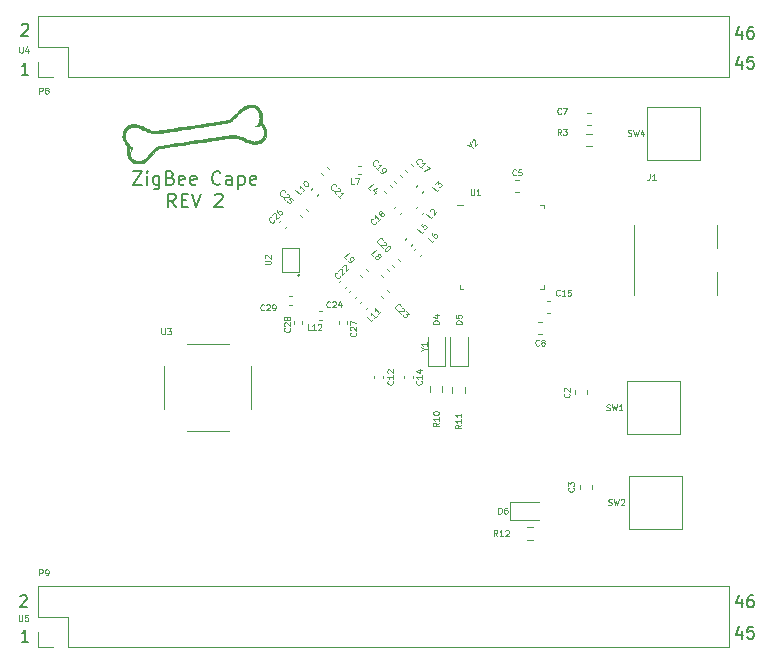
<source format=gbr>
%TF.GenerationSoftware,KiCad,Pcbnew,(5.1.9)-1*%
%TF.CreationDate,2021-11-09T16:48:14-06:00*%
%TF.ProjectId,zigbeeCape,7a696762-6565-4436-9170-652e6b696361,rev?*%
%TF.SameCoordinates,Original*%
%TF.FileFunction,Legend,Top*%
%TF.FilePolarity,Positive*%
%FSLAX46Y46*%
G04 Gerber Fmt 4.6, Leading zero omitted, Abs format (unit mm)*
G04 Created by KiCad (PCBNEW (5.1.9)-1) date 2021-11-09 16:48:14*
%MOMM*%
%LPD*%
G01*
G04 APERTURE LIST*
%ADD10C,0.076200*%
%ADD11C,0.150000*%
%ADD12C,0.177800*%
%ADD13C,0.120000*%
%ADD14C,0.010000*%
G04 APERTURE END LIST*
D10*
X2622247Y47471390D02*
X2622247Y47979390D01*
X2815771Y47979390D01*
X2864152Y47955200D01*
X2888342Y47931009D01*
X2912533Y47882628D01*
X2912533Y47810057D01*
X2888342Y47761676D01*
X2864152Y47737485D01*
X2815771Y47713295D01*
X2622247Y47713295D01*
X3202819Y47761676D02*
X3154438Y47785866D01*
X3130247Y47810057D01*
X3106057Y47858438D01*
X3106057Y47882628D01*
X3130247Y47931009D01*
X3154438Y47955200D01*
X3202819Y47979390D01*
X3299580Y47979390D01*
X3347961Y47955200D01*
X3372152Y47931009D01*
X3396342Y47882628D01*
X3396342Y47858438D01*
X3372152Y47810057D01*
X3347961Y47785866D01*
X3299580Y47761676D01*
X3202819Y47761676D01*
X3154438Y47737485D01*
X3130247Y47713295D01*
X3106057Y47664914D01*
X3106057Y47568152D01*
X3130247Y47519771D01*
X3154438Y47495580D01*
X3202819Y47471390D01*
X3299580Y47471390D01*
X3347961Y47495580D01*
X3372152Y47519771D01*
X3396342Y47568152D01*
X3396342Y47664914D01*
X3372152Y47713295D01*
X3347961Y47737485D01*
X3299580Y47761676D01*
X2622247Y6678990D02*
X2622247Y7186990D01*
X2815771Y7186990D01*
X2864152Y7162800D01*
X2888342Y7138609D01*
X2912533Y7090228D01*
X2912533Y7017657D01*
X2888342Y6969276D01*
X2864152Y6945085D01*
X2815771Y6920895D01*
X2622247Y6920895D01*
X3154438Y6678990D02*
X3251200Y6678990D01*
X3299580Y6703180D01*
X3323771Y6727371D01*
X3372152Y6799942D01*
X3396342Y6896704D01*
X3396342Y7090228D01*
X3372152Y7138609D01*
X3347961Y7162800D01*
X3299580Y7186990D01*
X3202819Y7186990D01*
X3154438Y7162800D01*
X3130247Y7138609D01*
X3106057Y7090228D01*
X3106057Y6969276D01*
X3130247Y6920895D01*
X3154438Y6896704D01*
X3202819Y6872514D01*
X3299580Y6872514D01*
X3347961Y6896704D01*
X3372152Y6920895D01*
X3396342Y6969276D01*
D11*
X1682714Y1071619D02*
X1111285Y1071619D01*
X1397000Y1071619D02*
X1397000Y2071619D01*
X1301761Y1928761D01*
X1206523Y1833523D01*
X1111285Y1785904D01*
X984285Y4897380D02*
X1031904Y4945000D01*
X1127142Y4992619D01*
X1365238Y4992619D01*
X1460476Y4945000D01*
X1508095Y4897380D01*
X1555714Y4802142D01*
X1555714Y4706904D01*
X1508095Y4564047D01*
X936666Y3992619D01*
X1555714Y3992619D01*
X62071285Y1992285D02*
X62071285Y1325619D01*
X61833190Y2373238D02*
X61595095Y1658952D01*
X62214142Y1658952D01*
X63071285Y2325619D02*
X62595095Y2325619D01*
X62547476Y1849428D01*
X62595095Y1897047D01*
X62690333Y1944666D01*
X62928428Y1944666D01*
X63023666Y1897047D01*
X63071285Y1849428D01*
X63118904Y1754190D01*
X63118904Y1516095D01*
X63071285Y1420857D01*
X63023666Y1373238D01*
X62928428Y1325619D01*
X62690333Y1325619D01*
X62595095Y1373238D01*
X62547476Y1420857D01*
X62071285Y4659285D02*
X62071285Y3992619D01*
X61833190Y5040238D02*
X61595095Y4325952D01*
X62214142Y4325952D01*
X63023666Y4992619D02*
X62833190Y4992619D01*
X62737952Y4945000D01*
X62690333Y4897380D01*
X62595095Y4754523D01*
X62547476Y4564047D01*
X62547476Y4183095D01*
X62595095Y4087857D01*
X62642714Y4040238D01*
X62737952Y3992619D01*
X62928428Y3992619D01*
X63023666Y4040238D01*
X63071285Y4087857D01*
X63118904Y4183095D01*
X63118904Y4421190D01*
X63071285Y4516428D01*
X63023666Y4564047D01*
X62928428Y4611666D01*
X62737952Y4611666D01*
X62642714Y4564047D01*
X62595095Y4516428D01*
X62547476Y4421190D01*
X62071285Y50252285D02*
X62071285Y49585619D01*
X61833190Y50633238D02*
X61595095Y49918952D01*
X62214142Y49918952D01*
X63071285Y50585619D02*
X62595095Y50585619D01*
X62547476Y50109428D01*
X62595095Y50157047D01*
X62690333Y50204666D01*
X62928428Y50204666D01*
X63023666Y50157047D01*
X63071285Y50109428D01*
X63118904Y50014190D01*
X63118904Y49776095D01*
X63071285Y49680857D01*
X63023666Y49633238D01*
X62928428Y49585619D01*
X62690333Y49585619D01*
X62595095Y49633238D01*
X62547476Y49680857D01*
X62071285Y52792285D02*
X62071285Y52125619D01*
X61833190Y53173238D02*
X61595095Y52458952D01*
X62214142Y52458952D01*
X63023666Y53125619D02*
X62833190Y53125619D01*
X62737952Y53078000D01*
X62690333Y53030380D01*
X62595095Y52887523D01*
X62547476Y52697047D01*
X62547476Y52316095D01*
X62595095Y52220857D01*
X62642714Y52173238D01*
X62737952Y52125619D01*
X62928428Y52125619D01*
X63023666Y52173238D01*
X63071285Y52220857D01*
X63118904Y52316095D01*
X63118904Y52554190D01*
X63071285Y52649428D01*
X63023666Y52697047D01*
X62928428Y52744666D01*
X62737952Y52744666D01*
X62642714Y52697047D01*
X62595095Y52649428D01*
X62547476Y52554190D01*
X1111285Y53284380D02*
X1158904Y53332000D01*
X1254142Y53379619D01*
X1492238Y53379619D01*
X1587476Y53332000D01*
X1635095Y53284380D01*
X1682714Y53189142D01*
X1682714Y53093904D01*
X1635095Y52951047D01*
X1063666Y52379619D01*
X1682714Y52379619D01*
X1682714Y49077619D02*
X1111285Y49077619D01*
X1397000Y49077619D02*
X1397000Y50077619D01*
X1301761Y49934761D01*
X1206523Y49839523D01*
X1111285Y49791904D01*
D12*
X10546442Y40891278D02*
X11308442Y40891278D01*
X10546442Y39748278D01*
X11308442Y39748278D01*
X11743871Y39748278D02*
X11743871Y40510278D01*
X11743871Y40891278D02*
X11689442Y40836850D01*
X11743871Y40782421D01*
X11798299Y40836850D01*
X11743871Y40891278D01*
X11743871Y40782421D01*
X12778014Y40510278D02*
X12778014Y39584992D01*
X12723585Y39476135D01*
X12669157Y39421707D01*
X12560299Y39367278D01*
X12397014Y39367278D01*
X12288157Y39421707D01*
X12778014Y39802707D02*
X12669157Y39748278D01*
X12451442Y39748278D01*
X12342585Y39802707D01*
X12288157Y39857135D01*
X12233728Y39965992D01*
X12233728Y40292564D01*
X12288157Y40401421D01*
X12342585Y40455850D01*
X12451442Y40510278D01*
X12669157Y40510278D01*
X12778014Y40455850D01*
X13703300Y40346992D02*
X13866585Y40292564D01*
X13921014Y40238135D01*
X13975442Y40129278D01*
X13975442Y39965992D01*
X13921014Y39857135D01*
X13866585Y39802707D01*
X13757728Y39748278D01*
X13322300Y39748278D01*
X13322300Y40891278D01*
X13703300Y40891278D01*
X13812157Y40836850D01*
X13866585Y40782421D01*
X13921014Y40673564D01*
X13921014Y40564707D01*
X13866585Y40455850D01*
X13812157Y40401421D01*
X13703300Y40346992D01*
X13322300Y40346992D01*
X14900728Y39802707D02*
X14791871Y39748278D01*
X14574157Y39748278D01*
X14465300Y39802707D01*
X14410871Y39911564D01*
X14410871Y40346992D01*
X14465300Y40455850D01*
X14574157Y40510278D01*
X14791871Y40510278D01*
X14900728Y40455850D01*
X14955157Y40346992D01*
X14955157Y40238135D01*
X14410871Y40129278D01*
X15880442Y39802707D02*
X15771585Y39748278D01*
X15553871Y39748278D01*
X15445014Y39802707D01*
X15390585Y39911564D01*
X15390585Y40346992D01*
X15445014Y40455850D01*
X15553871Y40510278D01*
X15771585Y40510278D01*
X15880442Y40455850D01*
X15934871Y40346992D01*
X15934871Y40238135D01*
X15390585Y40129278D01*
X17948728Y39857135D02*
X17894300Y39802707D01*
X17731014Y39748278D01*
X17622157Y39748278D01*
X17458871Y39802707D01*
X17350014Y39911564D01*
X17295585Y40020421D01*
X17241157Y40238135D01*
X17241157Y40401421D01*
X17295585Y40619135D01*
X17350014Y40727992D01*
X17458871Y40836850D01*
X17622157Y40891278D01*
X17731014Y40891278D01*
X17894300Y40836850D01*
X17948728Y40782421D01*
X18928442Y39748278D02*
X18928442Y40346992D01*
X18874014Y40455850D01*
X18765157Y40510278D01*
X18547442Y40510278D01*
X18438585Y40455850D01*
X18928442Y39802707D02*
X18819585Y39748278D01*
X18547442Y39748278D01*
X18438585Y39802707D01*
X18384157Y39911564D01*
X18384157Y40020421D01*
X18438585Y40129278D01*
X18547442Y40183707D01*
X18819585Y40183707D01*
X18928442Y40238135D01*
X19472728Y40510278D02*
X19472728Y39367278D01*
X19472728Y40455850D02*
X19581585Y40510278D01*
X19799300Y40510278D01*
X19908157Y40455850D01*
X19962585Y40401421D01*
X20017014Y40292564D01*
X20017014Y39965992D01*
X19962585Y39857135D01*
X19908157Y39802707D01*
X19799300Y39748278D01*
X19581585Y39748278D01*
X19472728Y39802707D01*
X20942300Y39802707D02*
X20833442Y39748278D01*
X20615728Y39748278D01*
X20506871Y39802707D01*
X20452442Y39911564D01*
X20452442Y40346992D01*
X20506871Y40455850D01*
X20615728Y40510278D01*
X20833442Y40510278D01*
X20942300Y40455850D01*
X20996728Y40346992D01*
X20996728Y40238135D01*
X20452442Y40129278D01*
X14165942Y37855978D02*
X13784942Y38400264D01*
X13512799Y37855978D02*
X13512799Y38998978D01*
X13948228Y38998978D01*
X14057085Y38944550D01*
X14111514Y38890121D01*
X14165942Y38781264D01*
X14165942Y38617978D01*
X14111514Y38509121D01*
X14057085Y38454692D01*
X13948228Y38400264D01*
X13512799Y38400264D01*
X14655799Y38454692D02*
X15036799Y38454692D01*
X15200085Y37855978D02*
X14655799Y37855978D01*
X14655799Y38998978D01*
X15200085Y38998978D01*
X15526657Y38998978D02*
X15907657Y37855978D01*
X16288657Y38998978D01*
X17486085Y38890121D02*
X17540514Y38944550D01*
X17649371Y38998978D01*
X17921514Y38998978D01*
X18030371Y38944550D01*
X18084800Y38890121D01*
X18139228Y38781264D01*
X18139228Y38672407D01*
X18084800Y38509121D01*
X17431657Y37855978D01*
X18139228Y37855978D01*
D13*
%TO.C,SW2*%
X52512400Y10602400D02*
X52512400Y15102400D01*
X57012400Y15102400D02*
X52512400Y15102400D01*
X57012400Y10602400D02*
X57012400Y15102400D01*
X52512400Y10602400D02*
X57012400Y10602400D01*
%TO.C,SW1*%
X52360000Y18628800D02*
X52360000Y23128800D01*
X56860000Y23128800D02*
X52360000Y23128800D01*
X56860000Y18628800D02*
X56860000Y23128800D01*
X52360000Y18628800D02*
X56860000Y18628800D01*
%TO.C,SW4*%
X54061800Y41869800D02*
X54061800Y46369800D01*
X58561800Y46369800D02*
X54061800Y46369800D01*
X58561800Y41869800D02*
X58561800Y46369800D01*
X54061800Y41869800D02*
X58561800Y41869800D01*
%TO.C,U5*%
X61020000Y575000D02*
X61020000Y5775000D01*
X5080000Y575000D02*
X61020000Y575000D01*
X2480000Y5775000D02*
X61020000Y5775000D01*
X5080000Y575000D02*
X5080000Y3175000D01*
X5080000Y3175000D02*
X2480000Y3175000D01*
X2480000Y3175000D02*
X2480000Y5775000D01*
X3810000Y575000D02*
X2480000Y575000D01*
X2480000Y575000D02*
X2480000Y1905000D01*
D14*
%TO.C,G\u002A\u002A\u002A*%
G36*
X20816958Y46502445D02*
G01*
X20832352Y46498220D01*
X20978993Y46432294D01*
X21118574Y46326671D01*
X21238819Y46192186D01*
X21310113Y46076564D01*
X21377025Y45909888D01*
X21425964Y45718563D01*
X21454588Y45519222D01*
X21460553Y45328502D01*
X21441517Y45163037D01*
X21439838Y45155600D01*
X21429698Y45085335D01*
X21442954Y45043335D01*
X21457524Y45028600D01*
X21510204Y44970965D01*
X21574608Y44879390D01*
X21643152Y44766925D01*
X21708256Y44646620D01*
X21762336Y44531524D01*
X21792562Y44451982D01*
X21834853Y44247563D01*
X21833801Y44043540D01*
X21792489Y43847422D01*
X21713996Y43666722D01*
X21601403Y43508951D01*
X21457790Y43381618D01*
X21322901Y43306830D01*
X21156976Y43253134D01*
X20968570Y43219917D01*
X20783194Y43211009D01*
X20713180Y43215354D01*
X20614834Y43228939D01*
X20515933Y43251077D01*
X20407230Y43284932D01*
X20279477Y43333667D01*
X20123429Y43400446D01*
X19972533Y43468743D01*
X19836434Y43529433D01*
X19696465Y43588673D01*
X19569357Y43639558D01*
X19474202Y43674395D01*
X19422655Y43691924D01*
X19375608Y43707572D01*
X19330251Y43721054D01*
X19283770Y43732085D01*
X19233354Y43740381D01*
X19176191Y43745656D01*
X19109470Y43747626D01*
X19030377Y43746005D01*
X18936102Y43740509D01*
X18823833Y43730853D01*
X18690757Y43716752D01*
X18534063Y43697920D01*
X18350938Y43674074D01*
X18138572Y43644927D01*
X17894151Y43610196D01*
X17614865Y43569594D01*
X17297900Y43522838D01*
X16940446Y43469642D01*
X16539691Y43409721D01*
X16092822Y43342791D01*
X15864864Y43308652D01*
X15475357Y43250287D01*
X15099294Y43193850D01*
X14739790Y43139811D01*
X14399955Y43088643D01*
X14082904Y43040816D01*
X13791749Y42996803D01*
X13529604Y42957075D01*
X13299580Y42922104D01*
X13104791Y42892361D01*
X12948350Y42868318D01*
X12833370Y42850447D01*
X12762963Y42839219D01*
X12740664Y42835298D01*
X12648499Y42791863D01*
X12535009Y42703336D01*
X12400923Y42570384D01*
X12246970Y42393678D01*
X12208824Y42346912D01*
X12055460Y42162365D01*
X11922104Y42014954D01*
X11802230Y41898499D01*
X11689313Y41806816D01*
X11576827Y41733723D01*
X11539964Y41713308D01*
X11351947Y41632652D01*
X11150061Y41580061D01*
X10948145Y41557437D01*
X10760042Y41566677D01*
X10650045Y41591196D01*
X10488280Y41667400D01*
X10343263Y41786292D01*
X10221408Y41940824D01*
X10129130Y42123946D01*
X10106586Y42188418D01*
X10077938Y42305874D01*
X10055947Y42446785D01*
X10041708Y42596030D01*
X10036319Y42738486D01*
X10040878Y42859033D01*
X10052739Y42930683D01*
X10066307Y42997152D01*
X10056500Y43038799D01*
X10029003Y43069318D01*
X9974120Y43132822D01*
X9908077Y43229728D01*
X9838761Y43346346D01*
X9774056Y43468983D01*
X9721850Y43583947D01*
X9701906Y43637200D01*
X9670390Y43746510D01*
X9656548Y43846000D01*
X9657199Y43955077D01*
X9857878Y43955077D01*
X9859812Y43878218D01*
X9896143Y43690905D01*
X9981295Y43494990D01*
X10114355Y43292225D01*
X10248165Y43133310D01*
X10333517Y43038688D01*
X10389132Y42970450D01*
X10421076Y42918937D01*
X10435413Y42874490D01*
X10438254Y42830566D01*
X10427590Y42742935D01*
X10403382Y42661897D01*
X10402217Y42659300D01*
X10367325Y42583100D01*
X10365262Y42664455D01*
X10352860Y42752574D01*
X10324676Y42825451D01*
X10287324Y42868919D01*
X10266893Y42875200D01*
X10247723Y42852017D01*
X10237508Y42789475D01*
X10235536Y42698091D01*
X10241099Y42588377D01*
X10253485Y42470848D01*
X10271985Y42356020D01*
X10295888Y42254406D01*
X10312155Y42205127D01*
X10389803Y42052390D01*
X10493277Y41922575D01*
X10612397Y41827555D01*
X10655300Y41804988D01*
X10769990Y41772029D01*
X10913685Y41759169D01*
X11068637Y41766629D01*
X11217103Y41794629D01*
X11228539Y41797871D01*
X11353025Y41840375D01*
X11465991Y41894224D01*
X11574272Y41964977D01*
X11684704Y42058194D01*
X11804122Y42179434D01*
X11939360Y42334255D01*
X12042498Y42459881D01*
X12183553Y42629339D01*
X12304108Y42761497D01*
X12410355Y42862276D01*
X12508487Y42937598D01*
X12595788Y42988923D01*
X12633457Y42999832D01*
X12716048Y43016983D01*
X12844074Y43040457D01*
X13018052Y43070338D01*
X13238496Y43106707D01*
X13505921Y43149646D01*
X13820843Y43199239D01*
X14183776Y43255567D01*
X14595236Y43318712D01*
X15055737Y43388758D01*
X15565796Y43465785D01*
X15808888Y43502336D01*
X16270153Y43571587D01*
X16683969Y43633643D01*
X17053117Y43688872D01*
X17380382Y43737647D01*
X17668547Y43780335D01*
X17920395Y43817308D01*
X18138710Y43848935D01*
X18326275Y43875586D01*
X18485873Y43897632D01*
X18620287Y43915442D01*
X18732302Y43929387D01*
X18824699Y43939835D01*
X18900263Y43947159D01*
X18961777Y43951726D01*
X19012025Y43953908D01*
X19053789Y43954074D01*
X19089853Y43952595D01*
X19123000Y43949840D01*
X19151600Y43946697D01*
X19271672Y43929605D01*
X19387117Y43905576D01*
X19507337Y43871517D01*
X19641733Y43824337D01*
X19799706Y43760946D01*
X19990658Y43678252D01*
X20054348Y43649858D01*
X20243573Y43566694D01*
X20396208Y43504121D01*
X20520960Y43459738D01*
X20626537Y43431142D01*
X20721646Y43415931D01*
X20814995Y43411704D01*
X20904596Y43415296D01*
X21115977Y43450150D01*
X21294803Y43522115D01*
X21438871Y43628957D01*
X21545977Y43768445D01*
X21613919Y43938345D01*
X21640495Y44136424D01*
X21640800Y44161558D01*
X21618227Y44332520D01*
X21552185Y44518202D01*
X21445186Y44711730D01*
X21432695Y44730703D01*
X21329566Y44885141D01*
X21257781Y44816367D01*
X21162673Y44755761D01*
X21052821Y44726540D01*
X20976751Y44716355D01*
X20924339Y44712793D01*
X20910421Y44714713D01*
X20924950Y44731023D01*
X20972239Y44762418D01*
X21009224Y44783819D01*
X21076413Y44828375D01*
X21124227Y44883163D01*
X21166387Y44965313D01*
X21179272Y44996100D01*
X21236147Y45191136D01*
X21257764Y45400016D01*
X21245625Y45611337D01*
X21201234Y45813694D01*
X21126095Y45995681D01*
X21028734Y46138028D01*
X20912964Y46240882D01*
X20778304Y46302879D01*
X20615647Y46327839D01*
X20574000Y46328741D01*
X20379975Y46315740D01*
X20201144Y46273562D01*
X20030028Y46198401D01*
X19859152Y46086448D01*
X19681036Y45933896D01*
X19558000Y45811331D01*
X19384887Y45631443D01*
X19242226Y45484934D01*
X19125906Y45367952D01*
X19031815Y45276647D01*
X18955844Y45207167D01*
X18893881Y45155659D01*
X18841815Y45118274D01*
X18795536Y45091159D01*
X18782177Y45084457D01*
X18756611Y45074286D01*
X18718092Y45062800D01*
X18664063Y45049579D01*
X18591965Y45034200D01*
X18499242Y45016244D01*
X18383335Y44995288D01*
X18241687Y44970912D01*
X18071740Y44942695D01*
X17870937Y44910215D01*
X17636719Y44873052D01*
X17366529Y44830785D01*
X17057810Y44782992D01*
X16708003Y44729252D01*
X16314551Y44669144D01*
X15874896Y44602247D01*
X15596545Y44559993D01*
X15205537Y44500862D01*
X14826527Y44443903D01*
X14462764Y44389586D01*
X14117498Y44338383D01*
X13793979Y44290761D01*
X13495457Y44247193D01*
X13225181Y44208148D01*
X12986402Y44174095D01*
X12782368Y44145506D01*
X12616331Y44122849D01*
X12491539Y44106596D01*
X12411243Y44097217D01*
X12381989Y44094975D01*
X12249843Y44103455D01*
X12107138Y44131389D01*
X11947017Y44181067D01*
X11762627Y44254776D01*
X11547113Y44354804D01*
X11432353Y44411948D01*
X11249279Y44503099D01*
X11101724Y44571874D01*
X10981014Y44620943D01*
X10878472Y44652979D01*
X10785424Y44670651D01*
X10693192Y44676633D01*
X10593102Y44673595D01*
X10584421Y44673037D01*
X10376618Y44638272D01*
X10199756Y44565442D01*
X10056643Y44457627D01*
X9950086Y44317908D01*
X9882895Y44149364D01*
X9857878Y43955077D01*
X9657199Y43955077D01*
X9657242Y43962137D01*
X9659300Y43996580D01*
X9696583Y44215372D01*
X9775101Y44407900D01*
X9891026Y44571350D01*
X10040530Y44702909D01*
X10219786Y44799765D01*
X10424965Y44859103D01*
X10652239Y44878112D01*
X10839095Y44863610D01*
X10915340Y44850454D01*
X10989349Y44831799D01*
X11069998Y44804145D01*
X11166162Y44763994D01*
X11286720Y44707847D01*
X11440547Y44632207D01*
X11493500Y44605697D01*
X11692068Y44507688D01*
X11854153Y44432119D01*
X11987432Y44376326D01*
X12099584Y44337644D01*
X12198287Y44313407D01*
X12291220Y44300950D01*
X12381130Y44297600D01*
X12425807Y44301360D01*
X12517424Y44312325D01*
X12652705Y44330024D01*
X12828374Y44353987D01*
X13041154Y44383742D01*
X13287770Y44418817D01*
X13564945Y44458743D01*
X13869402Y44503048D01*
X14197866Y44551261D01*
X14547061Y44602910D01*
X14913709Y44657526D01*
X15294535Y44714636D01*
X15557870Y44754345D01*
X16038443Y44827111D01*
X16470917Y44892899D01*
X16857461Y44952063D01*
X17200245Y45004955D01*
X17501436Y45051928D01*
X17763206Y45093334D01*
X17987723Y45129527D01*
X18177156Y45160859D01*
X18333674Y45187683D01*
X18459448Y45210352D01*
X18556645Y45229218D01*
X18627435Y45244635D01*
X18673988Y45256954D01*
X18694400Y45264419D01*
X18777463Y45317530D01*
X18886074Y45410545D01*
X19017561Y45541128D01*
X19050000Y45575420D01*
X19237139Y45773453D01*
X19396176Y45937045D01*
X19532106Y46070290D01*
X19649926Y46177283D01*
X19754632Y46262120D01*
X19851220Y46328897D01*
X19944686Y46381707D01*
X20040026Y46424647D01*
X20123841Y46455615D01*
X20298505Y46500935D01*
X20484033Y46524555D01*
X20662744Y46525413D01*
X20816958Y46502445D01*
G37*
X20816958Y46502445D02*
X20832352Y46498220D01*
X20978993Y46432294D01*
X21118574Y46326671D01*
X21238819Y46192186D01*
X21310113Y46076564D01*
X21377025Y45909888D01*
X21425964Y45718563D01*
X21454588Y45519222D01*
X21460553Y45328502D01*
X21441517Y45163037D01*
X21439838Y45155600D01*
X21429698Y45085335D01*
X21442954Y45043335D01*
X21457524Y45028600D01*
X21510204Y44970965D01*
X21574608Y44879390D01*
X21643152Y44766925D01*
X21708256Y44646620D01*
X21762336Y44531524D01*
X21792562Y44451982D01*
X21834853Y44247563D01*
X21833801Y44043540D01*
X21792489Y43847422D01*
X21713996Y43666722D01*
X21601403Y43508951D01*
X21457790Y43381618D01*
X21322901Y43306830D01*
X21156976Y43253134D01*
X20968570Y43219917D01*
X20783194Y43211009D01*
X20713180Y43215354D01*
X20614834Y43228939D01*
X20515933Y43251077D01*
X20407230Y43284932D01*
X20279477Y43333667D01*
X20123429Y43400446D01*
X19972533Y43468743D01*
X19836434Y43529433D01*
X19696465Y43588673D01*
X19569357Y43639558D01*
X19474202Y43674395D01*
X19422655Y43691924D01*
X19375608Y43707572D01*
X19330251Y43721054D01*
X19283770Y43732085D01*
X19233354Y43740381D01*
X19176191Y43745656D01*
X19109470Y43747626D01*
X19030377Y43746005D01*
X18936102Y43740509D01*
X18823833Y43730853D01*
X18690757Y43716752D01*
X18534063Y43697920D01*
X18350938Y43674074D01*
X18138572Y43644927D01*
X17894151Y43610196D01*
X17614865Y43569594D01*
X17297900Y43522838D01*
X16940446Y43469642D01*
X16539691Y43409721D01*
X16092822Y43342791D01*
X15864864Y43308652D01*
X15475357Y43250287D01*
X15099294Y43193850D01*
X14739790Y43139811D01*
X14399955Y43088643D01*
X14082904Y43040816D01*
X13791749Y42996803D01*
X13529604Y42957075D01*
X13299580Y42922104D01*
X13104791Y42892361D01*
X12948350Y42868318D01*
X12833370Y42850447D01*
X12762963Y42839219D01*
X12740664Y42835298D01*
X12648499Y42791863D01*
X12535009Y42703336D01*
X12400923Y42570384D01*
X12246970Y42393678D01*
X12208824Y42346912D01*
X12055460Y42162365D01*
X11922104Y42014954D01*
X11802230Y41898499D01*
X11689313Y41806816D01*
X11576827Y41733723D01*
X11539964Y41713308D01*
X11351947Y41632652D01*
X11150061Y41580061D01*
X10948145Y41557437D01*
X10760042Y41566677D01*
X10650045Y41591196D01*
X10488280Y41667400D01*
X10343263Y41786292D01*
X10221408Y41940824D01*
X10129130Y42123946D01*
X10106586Y42188418D01*
X10077938Y42305874D01*
X10055947Y42446785D01*
X10041708Y42596030D01*
X10036319Y42738486D01*
X10040878Y42859033D01*
X10052739Y42930683D01*
X10066307Y42997152D01*
X10056500Y43038799D01*
X10029003Y43069318D01*
X9974120Y43132822D01*
X9908077Y43229728D01*
X9838761Y43346346D01*
X9774056Y43468983D01*
X9721850Y43583947D01*
X9701906Y43637200D01*
X9670390Y43746510D01*
X9656548Y43846000D01*
X9657199Y43955077D01*
X9857878Y43955077D01*
X9859812Y43878218D01*
X9896143Y43690905D01*
X9981295Y43494990D01*
X10114355Y43292225D01*
X10248165Y43133310D01*
X10333517Y43038688D01*
X10389132Y42970450D01*
X10421076Y42918937D01*
X10435413Y42874490D01*
X10438254Y42830566D01*
X10427590Y42742935D01*
X10403382Y42661897D01*
X10402217Y42659300D01*
X10367325Y42583100D01*
X10365262Y42664455D01*
X10352860Y42752574D01*
X10324676Y42825451D01*
X10287324Y42868919D01*
X10266893Y42875200D01*
X10247723Y42852017D01*
X10237508Y42789475D01*
X10235536Y42698091D01*
X10241099Y42588377D01*
X10253485Y42470848D01*
X10271985Y42356020D01*
X10295888Y42254406D01*
X10312155Y42205127D01*
X10389803Y42052390D01*
X10493277Y41922575D01*
X10612397Y41827555D01*
X10655300Y41804988D01*
X10769990Y41772029D01*
X10913685Y41759169D01*
X11068637Y41766629D01*
X11217103Y41794629D01*
X11228539Y41797871D01*
X11353025Y41840375D01*
X11465991Y41894224D01*
X11574272Y41964977D01*
X11684704Y42058194D01*
X11804122Y42179434D01*
X11939360Y42334255D01*
X12042498Y42459881D01*
X12183553Y42629339D01*
X12304108Y42761497D01*
X12410355Y42862276D01*
X12508487Y42937598D01*
X12595788Y42988923D01*
X12633457Y42999832D01*
X12716048Y43016983D01*
X12844074Y43040457D01*
X13018052Y43070338D01*
X13238496Y43106707D01*
X13505921Y43149646D01*
X13820843Y43199239D01*
X14183776Y43255567D01*
X14595236Y43318712D01*
X15055737Y43388758D01*
X15565796Y43465785D01*
X15808888Y43502336D01*
X16270153Y43571587D01*
X16683969Y43633643D01*
X17053117Y43688872D01*
X17380382Y43737647D01*
X17668547Y43780335D01*
X17920395Y43817308D01*
X18138710Y43848935D01*
X18326275Y43875586D01*
X18485873Y43897632D01*
X18620287Y43915442D01*
X18732302Y43929387D01*
X18824699Y43939835D01*
X18900263Y43947159D01*
X18961777Y43951726D01*
X19012025Y43953908D01*
X19053789Y43954074D01*
X19089853Y43952595D01*
X19123000Y43949840D01*
X19151600Y43946697D01*
X19271672Y43929605D01*
X19387117Y43905576D01*
X19507337Y43871517D01*
X19641733Y43824337D01*
X19799706Y43760946D01*
X19990658Y43678252D01*
X20054348Y43649858D01*
X20243573Y43566694D01*
X20396208Y43504121D01*
X20520960Y43459738D01*
X20626537Y43431142D01*
X20721646Y43415931D01*
X20814995Y43411704D01*
X20904596Y43415296D01*
X21115977Y43450150D01*
X21294803Y43522115D01*
X21438871Y43628957D01*
X21545977Y43768445D01*
X21613919Y43938345D01*
X21640495Y44136424D01*
X21640800Y44161558D01*
X21618227Y44332520D01*
X21552185Y44518202D01*
X21445186Y44711730D01*
X21432695Y44730703D01*
X21329566Y44885141D01*
X21257781Y44816367D01*
X21162673Y44755761D01*
X21052821Y44726540D01*
X20976751Y44716355D01*
X20924339Y44712793D01*
X20910421Y44714713D01*
X20924950Y44731023D01*
X20972239Y44762418D01*
X21009224Y44783819D01*
X21076413Y44828375D01*
X21124227Y44883163D01*
X21166387Y44965313D01*
X21179272Y44996100D01*
X21236147Y45191136D01*
X21257764Y45400016D01*
X21245625Y45611337D01*
X21201234Y45813694D01*
X21126095Y45995681D01*
X21028734Y46138028D01*
X20912964Y46240882D01*
X20778304Y46302879D01*
X20615647Y46327839D01*
X20574000Y46328741D01*
X20379975Y46315740D01*
X20201144Y46273562D01*
X20030028Y46198401D01*
X19859152Y46086448D01*
X19681036Y45933896D01*
X19558000Y45811331D01*
X19384887Y45631443D01*
X19242226Y45484934D01*
X19125906Y45367952D01*
X19031815Y45276647D01*
X18955844Y45207167D01*
X18893881Y45155659D01*
X18841815Y45118274D01*
X18795536Y45091159D01*
X18782177Y45084457D01*
X18756611Y45074286D01*
X18718092Y45062800D01*
X18664063Y45049579D01*
X18591965Y45034200D01*
X18499242Y45016244D01*
X18383335Y44995288D01*
X18241687Y44970912D01*
X18071740Y44942695D01*
X17870937Y44910215D01*
X17636719Y44873052D01*
X17366529Y44830785D01*
X17057810Y44782992D01*
X16708003Y44729252D01*
X16314551Y44669144D01*
X15874896Y44602247D01*
X15596545Y44559993D01*
X15205537Y44500862D01*
X14826527Y44443903D01*
X14462764Y44389586D01*
X14117498Y44338383D01*
X13793979Y44290761D01*
X13495457Y44247193D01*
X13225181Y44208148D01*
X12986402Y44174095D01*
X12782368Y44145506D01*
X12616331Y44122849D01*
X12491539Y44106596D01*
X12411243Y44097217D01*
X12381989Y44094975D01*
X12249843Y44103455D01*
X12107138Y44131389D01*
X11947017Y44181067D01*
X11762627Y44254776D01*
X11547113Y44354804D01*
X11432353Y44411948D01*
X11249279Y44503099D01*
X11101724Y44571874D01*
X10981014Y44620943D01*
X10878472Y44652979D01*
X10785424Y44670651D01*
X10693192Y44676633D01*
X10593102Y44673595D01*
X10584421Y44673037D01*
X10376618Y44638272D01*
X10199756Y44565442D01*
X10056643Y44457627D01*
X9950086Y44317908D01*
X9882895Y44149364D01*
X9857878Y43955077D01*
X9657199Y43955077D01*
X9657242Y43962137D01*
X9659300Y43996580D01*
X9696583Y44215372D01*
X9775101Y44407900D01*
X9891026Y44571350D01*
X10040530Y44702909D01*
X10219786Y44799765D01*
X10424965Y44859103D01*
X10652239Y44878112D01*
X10839095Y44863610D01*
X10915340Y44850454D01*
X10989349Y44831799D01*
X11069998Y44804145D01*
X11166162Y44763994D01*
X11286720Y44707847D01*
X11440547Y44632207D01*
X11493500Y44605697D01*
X11692068Y44507688D01*
X11854153Y44432119D01*
X11987432Y44376326D01*
X12099584Y44337644D01*
X12198287Y44313407D01*
X12291220Y44300950D01*
X12381130Y44297600D01*
X12425807Y44301360D01*
X12517424Y44312325D01*
X12652705Y44330024D01*
X12828374Y44353987D01*
X13041154Y44383742D01*
X13287770Y44418817D01*
X13564945Y44458743D01*
X13869402Y44503048D01*
X14197866Y44551261D01*
X14547061Y44602910D01*
X14913709Y44657526D01*
X15294535Y44714636D01*
X15557870Y44754345D01*
X16038443Y44827111D01*
X16470917Y44892899D01*
X16857461Y44952063D01*
X17200245Y45004955D01*
X17501436Y45051928D01*
X17763206Y45093334D01*
X17987723Y45129527D01*
X18177156Y45160859D01*
X18333674Y45187683D01*
X18459448Y45210352D01*
X18556645Y45229218D01*
X18627435Y45244635D01*
X18673988Y45256954D01*
X18694400Y45264419D01*
X18777463Y45317530D01*
X18886074Y45410545D01*
X19017561Y45541128D01*
X19050000Y45575420D01*
X19237139Y45773453D01*
X19396176Y45937045D01*
X19532106Y46070290D01*
X19649926Y46177283D01*
X19754632Y46262120D01*
X19851220Y46328897D01*
X19944686Y46381707D01*
X20040026Y46424647D01*
X20123841Y46455615D01*
X20298505Y46500935D01*
X20484033Y46524555D01*
X20662744Y46525413D01*
X20816958Y46502445D01*
D13*
%TO.C,J1*%
X52958400Y30445600D02*
X52958400Y36305600D01*
X59958400Y30445600D02*
X59958400Y32375600D01*
X59958400Y34375600D02*
X59958400Y36305600D01*
%TO.C,U1*%
X38513600Y38050000D02*
X37988600Y38050000D01*
X38213600Y30950000D02*
X38213600Y31250000D01*
X38513600Y30950000D02*
X38213600Y30950000D01*
X45313600Y30950000D02*
X45313600Y31250000D01*
X45013600Y30950000D02*
X45313600Y30950000D01*
X45313600Y38050000D02*
X45313600Y37750000D01*
X45013600Y38050000D02*
X45313600Y38050000D01*
%TO.C,C2*%
X47953200Y22345867D02*
X47953200Y22053333D01*
X48973200Y22345867D02*
X48973200Y22053333D01*
%TO.C,U2*%
X23176000Y32401000D02*
X23176000Y34401000D01*
X23176000Y34401000D02*
X24576000Y34401000D01*
X24576000Y34401000D02*
X24576000Y32401000D01*
X24576000Y32401000D02*
X23176000Y32401000D01*
X24676000Y32101000D02*
G75*
G03*
X24676000Y32101000I-100000J0D01*
G01*
%TO.C,U3*%
X13211000Y24406000D02*
X13211000Y20806000D01*
X20571000Y24406000D02*
X20571000Y20806000D01*
X15091000Y18926000D02*
X18691000Y18926000D01*
X15091000Y26286000D02*
X18691000Y26286000D01*
%TO.C,C14*%
X34243600Y23585435D02*
X34243600Y23353765D01*
X33523600Y23585435D02*
X33523600Y23353765D01*
%TO.C,C12*%
X31703600Y23585435D02*
X31703600Y23353765D01*
X30983600Y23585435D02*
X30983600Y23353765D01*
%TO.C,C5*%
X42906733Y40134000D02*
X43199267Y40134000D01*
X42906733Y39114000D02*
X43199267Y39114000D01*
%TO.C,L12*%
X26516200Y29062000D02*
X26315800Y29062000D01*
X26516200Y28342000D02*
X26315800Y28342000D01*
%TO.C,L11*%
X29915294Y29916411D02*
X29773589Y29774706D01*
X30424411Y29407294D02*
X30282706Y29265589D01*
%TO.C,L9*%
X29773589Y32074294D02*
X29915294Y31932589D01*
X30282706Y32583411D02*
X30424411Y32441706D01*
%TO.C,L8*%
X31551589Y32074294D02*
X31693294Y31932589D01*
X32060706Y32583411D02*
X32202411Y32441706D01*
%TO.C,L6*%
X34516294Y34405411D02*
X34374589Y34263706D01*
X35025411Y33896294D02*
X34883706Y33754589D01*
%TO.C,L5*%
X33676294Y35215411D02*
X33534589Y35073706D01*
X34185411Y34706294D02*
X34043706Y34564589D01*
%TO.C,L2*%
X34656294Y37917411D02*
X34514589Y37775706D01*
X35165411Y37408294D02*
X35023706Y37266589D01*
%TO.C,C29*%
X23991835Y30332000D02*
X23760165Y30332000D01*
X23991835Y29612000D02*
X23760165Y29612000D01*
%TO.C,C28*%
X24151000Y28182835D02*
X24151000Y27951165D01*
X24871000Y28182835D02*
X24871000Y27951165D01*
%TO.C,C27*%
X27961000Y28182835D02*
X27961000Y27951165D01*
X28681000Y28182835D02*
X28681000Y27951165D01*
%TO.C,C26*%
X23068349Y36785466D02*
X22904534Y36621651D01*
X23577466Y36276349D02*
X23413651Y36112534D01*
%TO.C,C25*%
X24682534Y37165349D02*
X24846349Y37001534D01*
X25191651Y37674466D02*
X25355466Y37510651D01*
%TO.C,C24*%
X29037349Y30816466D02*
X28873534Y30652651D01*
X29546466Y30307349D02*
X29382651Y30143534D01*
%TO.C,C23*%
X31540534Y30307349D02*
X31704349Y30143534D01*
X32049651Y30816466D02*
X32213466Y30652651D01*
%TO.C,C22*%
X28493651Y31032534D02*
X28657466Y31196349D01*
X27984534Y31541651D02*
X28148349Y31705466D01*
%TO.C,C21*%
X27133466Y41066651D02*
X26969651Y41230466D01*
X26624349Y40557534D02*
X26460534Y40721349D01*
%TO.C,C20*%
X32513534Y32947349D02*
X32677349Y32783534D01*
X33022651Y33456466D02*
X33186466Y33292651D01*
%TO.C,C19*%
X33356466Y40431651D02*
X33192651Y40595466D01*
X32847349Y39922534D02*
X32683534Y40086349D01*
%TO.C,C18*%
X32847349Y37928466D02*
X32683534Y37764651D01*
X33356466Y37419349D02*
X33192651Y37255534D01*
%TO.C,C17*%
X33572534Y40975349D02*
X33736349Y40811534D01*
X34081651Y41484466D02*
X34245466Y41320651D01*
%TO.C,C8*%
X44862533Y27074400D02*
X45155067Y27074400D01*
X44862533Y28094400D02*
X45155067Y28094400D01*
%TO.C,C15*%
X45573733Y29923200D02*
X45866267Y29923200D01*
X45573733Y28903200D02*
X45866267Y28903200D01*
%TO.C,U4*%
X2480000Y48835000D02*
X2480000Y50165000D01*
X3810000Y48835000D02*
X2480000Y48835000D01*
X2480000Y51435000D02*
X2480000Y54035000D01*
X5080000Y51435000D02*
X2480000Y51435000D01*
X5080000Y48835000D02*
X5080000Y51435000D01*
X2480000Y54035000D02*
X61020000Y54035000D01*
X5080000Y48835000D02*
X61020000Y48835000D01*
X61020000Y48835000D02*
X61020000Y54035000D01*
%TO.C,C3*%
X49379600Y14319467D02*
X49379600Y14026933D01*
X48359600Y14319467D02*
X48359600Y14026933D01*
%TO.C,C7*%
X49295267Y44829000D02*
X49002733Y44829000D01*
X49295267Y45849000D02*
X49002733Y45849000D01*
%TO.C,D4*%
X36955400Y24400400D02*
X36955400Y26860400D01*
X35485400Y24400400D02*
X36955400Y24400400D01*
X35485400Y26860400D02*
X35485400Y24400400D01*
%TO.C,D5*%
X38885800Y24400400D02*
X38885800Y26860400D01*
X37415800Y24400400D02*
X38885800Y24400400D01*
X37415800Y26860400D02*
X37415800Y24400400D01*
%TO.C,D6*%
X44959200Y12876200D02*
X42499200Y12876200D01*
X42499200Y12876200D02*
X42499200Y11406200D01*
X42499200Y11406200D02*
X44959200Y11406200D01*
%TO.C,L3*%
X35123411Y39186294D02*
X34981706Y39044589D01*
X34614294Y39695411D02*
X34472589Y39553706D01*
%TO.C,L4*%
X32456411Y39553706D02*
X32314706Y39695411D01*
X31947294Y39044589D02*
X31805589Y39186294D01*
%TO.C,L7*%
X29818200Y40661000D02*
X29617800Y40661000D01*
X29818200Y41381000D02*
X29617800Y41381000D01*
%TO.C,L10*%
X25724294Y39441411D02*
X25582589Y39299706D01*
X26233411Y38932294D02*
X26091706Y38790589D01*
%TO.C,R3*%
X49403724Y43038500D02*
X48894276Y43038500D01*
X49403724Y44083500D02*
X48894276Y44083500D01*
%TO.C,R10*%
X35697900Y22708324D02*
X35697900Y22198876D01*
X36742900Y22708324D02*
X36742900Y22198876D01*
%TO.C,R11*%
X38622500Y22657524D02*
X38622500Y22148076D01*
X37577500Y22657524D02*
X37577500Y22148076D01*
%TO.C,R12*%
X43890476Y9713700D02*
X44399924Y9713700D01*
X43890476Y10758700D02*
X44399924Y10758700D01*
%TO.C,SW2*%
D10*
X50783066Y12646780D02*
X50855638Y12622590D01*
X50976590Y12622590D01*
X51024971Y12646780D01*
X51049161Y12670971D01*
X51073352Y12719352D01*
X51073352Y12767733D01*
X51049161Y12816114D01*
X51024971Y12840304D01*
X50976590Y12864495D01*
X50879828Y12888685D01*
X50831447Y12912876D01*
X50807257Y12937066D01*
X50783066Y12985447D01*
X50783066Y13033828D01*
X50807257Y13082209D01*
X50831447Y13106400D01*
X50879828Y13130590D01*
X51000780Y13130590D01*
X51073352Y13106400D01*
X51242685Y13130590D02*
X51363638Y12622590D01*
X51460400Y12985447D01*
X51557161Y12622590D01*
X51678114Y13130590D01*
X51847447Y13082209D02*
X51871638Y13106400D01*
X51920019Y13130590D01*
X52040971Y13130590D01*
X52089352Y13106400D01*
X52113542Y13082209D01*
X52137733Y13033828D01*
X52137733Y12985447D01*
X52113542Y12912876D01*
X51823257Y12622590D01*
X52137733Y12622590D01*
%TO.C,SW1*%
X50630666Y20673180D02*
X50703238Y20648990D01*
X50824190Y20648990D01*
X50872571Y20673180D01*
X50896761Y20697371D01*
X50920952Y20745752D01*
X50920952Y20794133D01*
X50896761Y20842514D01*
X50872571Y20866704D01*
X50824190Y20890895D01*
X50727428Y20915085D01*
X50679047Y20939276D01*
X50654857Y20963466D01*
X50630666Y21011847D01*
X50630666Y21060228D01*
X50654857Y21108609D01*
X50679047Y21132800D01*
X50727428Y21156990D01*
X50848380Y21156990D01*
X50920952Y21132800D01*
X51090285Y21156990D02*
X51211238Y20648990D01*
X51308000Y21011847D01*
X51404761Y20648990D01*
X51525714Y21156990D01*
X51985333Y20648990D02*
X51695047Y20648990D01*
X51840190Y20648990D02*
X51840190Y21156990D01*
X51791809Y21084419D01*
X51743428Y21036038D01*
X51695047Y21011847D01*
%TO.C,SW4*%
X52459466Y43914180D02*
X52532038Y43889990D01*
X52652990Y43889990D01*
X52701371Y43914180D01*
X52725561Y43938371D01*
X52749752Y43986752D01*
X52749752Y44035133D01*
X52725561Y44083514D01*
X52701371Y44107704D01*
X52652990Y44131895D01*
X52556228Y44156085D01*
X52507847Y44180276D01*
X52483657Y44204466D01*
X52459466Y44252847D01*
X52459466Y44301228D01*
X52483657Y44349609D01*
X52507847Y44373800D01*
X52556228Y44397990D01*
X52677180Y44397990D01*
X52749752Y44373800D01*
X52919085Y44397990D02*
X53040038Y43889990D01*
X53136800Y44252847D01*
X53233561Y43889990D01*
X53354514Y44397990D01*
X53765752Y44228657D02*
X53765752Y43889990D01*
X53644800Y44422180D02*
X53523847Y44059323D01*
X53838323Y44059323D01*
%TO.C,U5*%
X882952Y3326190D02*
X882952Y2914952D01*
X907142Y2866571D01*
X931333Y2842380D01*
X979714Y2818190D01*
X1076476Y2818190D01*
X1124857Y2842380D01*
X1149047Y2866571D01*
X1173238Y2914952D01*
X1173238Y3326190D01*
X1657047Y3326190D02*
X1415142Y3326190D01*
X1390952Y3084285D01*
X1415142Y3108476D01*
X1463523Y3132666D01*
X1584476Y3132666D01*
X1632857Y3108476D01*
X1657047Y3084285D01*
X1681238Y3035904D01*
X1681238Y2914952D01*
X1657047Y2866571D01*
X1632857Y2842380D01*
X1584476Y2818190D01*
X1463523Y2818190D01*
X1415142Y2842380D01*
X1390952Y2866571D01*
%TO.C,J1*%
X54288266Y40664190D02*
X54288266Y40301333D01*
X54264076Y40228761D01*
X54215695Y40180380D01*
X54143123Y40156190D01*
X54094742Y40156190D01*
X54796266Y40156190D02*
X54505980Y40156190D01*
X54651123Y40156190D02*
X54651123Y40664190D01*
X54602742Y40591619D01*
X54554361Y40543238D01*
X54505980Y40519047D01*
%TO.C,Y1*%
X35192304Y25818495D02*
X35434209Y25818495D01*
X34926209Y25649161D02*
X35192304Y25818495D01*
X34926209Y25987828D01*
X35434209Y26423257D02*
X35434209Y26132971D01*
X35434209Y26278114D02*
X34926209Y26278114D01*
X34998780Y26229733D01*
X35047161Y26181352D01*
X35071352Y26132971D01*
%TO.C,Y2*%
X39151610Y43030884D02*
X39322663Y42859831D01*
X38843716Y43099305D02*
X39151610Y43030884D01*
X39083189Y43338778D01*
X39220031Y43407199D02*
X39220031Y43441410D01*
X39237137Y43492725D01*
X39322663Y43578252D01*
X39373979Y43595357D01*
X39408189Y43595357D01*
X39459505Y43578252D01*
X39493715Y43544041D01*
X39527926Y43475620D01*
X39527926Y43065094D01*
X39750294Y43287462D01*
%TO.C,U1*%
X39135352Y39394190D02*
X39135352Y38982952D01*
X39159542Y38934571D01*
X39183733Y38910380D01*
X39232114Y38886190D01*
X39328876Y38886190D01*
X39377257Y38910380D01*
X39401447Y38934571D01*
X39425638Y38982952D01*
X39425638Y39394190D01*
X39933638Y38886190D02*
X39643352Y38886190D01*
X39788495Y38886190D02*
X39788495Y39394190D01*
X39740114Y39321619D01*
X39691733Y39273238D01*
X39643352Y39249047D01*
%TO.C,C2*%
X47476228Y22064133D02*
X47500419Y22039942D01*
X47524609Y21967371D01*
X47524609Y21918990D01*
X47500419Y21846419D01*
X47452038Y21798038D01*
X47403657Y21773847D01*
X47306895Y21749657D01*
X47234323Y21749657D01*
X47137561Y21773847D01*
X47089180Y21798038D01*
X47040800Y21846419D01*
X47016609Y21918990D01*
X47016609Y21967371D01*
X47040800Y22039942D01*
X47064990Y22064133D01*
X47064990Y22257657D02*
X47040800Y22281847D01*
X47016609Y22330228D01*
X47016609Y22451180D01*
X47040800Y22499561D01*
X47064990Y22523752D01*
X47113371Y22547942D01*
X47161752Y22547942D01*
X47234323Y22523752D01*
X47524609Y22233466D01*
X47524609Y22547942D01*
%TO.C,U2*%
X21692809Y33013952D02*
X22104047Y33013952D01*
X22152428Y33038142D01*
X22176619Y33062333D01*
X22200809Y33110714D01*
X22200809Y33207476D01*
X22176619Y33255857D01*
X22152428Y33280047D01*
X22104047Y33304238D01*
X21692809Y33304238D01*
X21741190Y33521952D02*
X21717000Y33546142D01*
X21692809Y33594523D01*
X21692809Y33715476D01*
X21717000Y33763857D01*
X21741190Y33788047D01*
X21789571Y33812238D01*
X21837952Y33812238D01*
X21910523Y33788047D01*
X22200809Y33497761D01*
X22200809Y33812238D01*
%TO.C,U3*%
X12947952Y27583190D02*
X12947952Y27171952D01*
X12972142Y27123571D01*
X12996333Y27099380D01*
X13044714Y27075190D01*
X13141476Y27075190D01*
X13189857Y27099380D01*
X13214047Y27123571D01*
X13238238Y27171952D01*
X13238238Y27583190D01*
X13431761Y27583190D02*
X13746238Y27583190D01*
X13576904Y27389666D01*
X13649476Y27389666D01*
X13697857Y27365476D01*
X13722047Y27341285D01*
X13746238Y27292904D01*
X13746238Y27171952D01*
X13722047Y27123571D01*
X13697857Y27099380D01*
X13649476Y27075190D01*
X13504333Y27075190D01*
X13455952Y27099380D01*
X13431761Y27123571D01*
%TO.C,C14*%
X34954028Y23143028D02*
X34978219Y23118838D01*
X35002409Y23046266D01*
X35002409Y22997885D01*
X34978219Y22925314D01*
X34929838Y22876933D01*
X34881457Y22852742D01*
X34784695Y22828552D01*
X34712123Y22828552D01*
X34615361Y22852742D01*
X34566980Y22876933D01*
X34518600Y22925314D01*
X34494409Y22997885D01*
X34494409Y23046266D01*
X34518600Y23118838D01*
X34542790Y23143028D01*
X35002409Y23626838D02*
X35002409Y23336552D01*
X35002409Y23481695D02*
X34494409Y23481695D01*
X34566980Y23433314D01*
X34615361Y23384933D01*
X34639552Y23336552D01*
X34663742Y24062266D02*
X35002409Y24062266D01*
X34470219Y23941314D02*
X34833076Y23820361D01*
X34833076Y24134838D01*
%TO.C,C12*%
X32541028Y23143028D02*
X32565219Y23118838D01*
X32589409Y23046266D01*
X32589409Y22997885D01*
X32565219Y22925314D01*
X32516838Y22876933D01*
X32468457Y22852742D01*
X32371695Y22828552D01*
X32299123Y22828552D01*
X32202361Y22852742D01*
X32153980Y22876933D01*
X32105600Y22925314D01*
X32081409Y22997885D01*
X32081409Y23046266D01*
X32105600Y23118838D01*
X32129790Y23143028D01*
X32589409Y23626838D02*
X32589409Y23336552D01*
X32589409Y23481695D02*
X32081409Y23481695D01*
X32153980Y23433314D01*
X32202361Y23384933D01*
X32226552Y23336552D01*
X32129790Y23820361D02*
X32105600Y23844552D01*
X32081409Y23892933D01*
X32081409Y24013885D01*
X32105600Y24062266D01*
X32129790Y24086457D01*
X32178171Y24110647D01*
X32226552Y24110647D01*
X32299123Y24086457D01*
X32589409Y23796171D01*
X32589409Y24110647D01*
%TO.C,C5*%
X42968333Y40585571D02*
X42944142Y40561380D01*
X42871571Y40537190D01*
X42823190Y40537190D01*
X42750619Y40561380D01*
X42702238Y40609761D01*
X42678047Y40658142D01*
X42653857Y40754904D01*
X42653857Y40827476D01*
X42678047Y40924238D01*
X42702238Y40972619D01*
X42750619Y41021000D01*
X42823190Y41045190D01*
X42871571Y41045190D01*
X42944142Y41021000D01*
X42968333Y40996809D01*
X43427952Y41045190D02*
X43186047Y41045190D01*
X43161857Y40803285D01*
X43186047Y40827476D01*
X43234428Y40851666D01*
X43355380Y40851666D01*
X43403761Y40827476D01*
X43427952Y40803285D01*
X43452142Y40754904D01*
X43452142Y40633952D01*
X43427952Y40585571D01*
X43403761Y40561380D01*
X43355380Y40537190D01*
X43234428Y40537190D01*
X43186047Y40561380D01*
X43161857Y40585571D01*
%TO.C,L12*%
X25581428Y27456190D02*
X25339523Y27456190D01*
X25339523Y27964190D01*
X26016857Y27456190D02*
X25726571Y27456190D01*
X25871714Y27456190D02*
X25871714Y27964190D01*
X25823333Y27891619D01*
X25774952Y27843238D01*
X25726571Y27819047D01*
X26210380Y27915809D02*
X26234571Y27940000D01*
X26282952Y27964190D01*
X26403904Y27964190D01*
X26452285Y27940000D01*
X26476476Y27915809D01*
X26500666Y27867428D01*
X26500666Y27819047D01*
X26476476Y27746476D01*
X26186190Y27456190D01*
X26500666Y27456190D01*
%TO.C,L11*%
X30857894Y28370264D02*
X30686841Y28199211D01*
X30327631Y28558422D01*
X31165788Y28678158D02*
X30960525Y28472895D01*
X31063156Y28575527D02*
X30703946Y28934737D01*
X30721052Y28849211D01*
X30721052Y28780790D01*
X30703946Y28729474D01*
X31507893Y29020263D02*
X31302630Y28815000D01*
X31405261Y28917632D02*
X31046051Y29276842D01*
X31063156Y29191316D01*
X31063156Y29122895D01*
X31046051Y29071579D01*
%TO.C,L9*%
X28606631Y33425368D02*
X28435579Y33596420D01*
X28794789Y33955631D01*
X28743473Y33288526D02*
X28811894Y33220105D01*
X28863210Y33203000D01*
X28897420Y33203000D01*
X28982947Y33220105D01*
X29068473Y33271421D01*
X29205315Y33408263D01*
X29222420Y33459579D01*
X29222420Y33493789D01*
X29205315Y33545105D01*
X29136894Y33613526D01*
X29085578Y33630631D01*
X29051368Y33630631D01*
X29000052Y33613526D01*
X28914526Y33528000D01*
X28897420Y33476684D01*
X28897420Y33442473D01*
X28914526Y33391158D01*
X28982947Y33322737D01*
X29034262Y33305631D01*
X29068473Y33305631D01*
X29119789Y33322737D01*
%TO.C,L8*%
X30892631Y33679368D02*
X30721579Y33850420D01*
X31080789Y34209631D01*
X31268947Y33713579D02*
X31251841Y33764894D01*
X31251841Y33799105D01*
X31268947Y33850420D01*
X31286052Y33867526D01*
X31337368Y33884631D01*
X31371578Y33884631D01*
X31422894Y33867526D01*
X31491315Y33799105D01*
X31508420Y33747789D01*
X31508420Y33713579D01*
X31491315Y33662263D01*
X31474210Y33645158D01*
X31422894Y33628052D01*
X31388683Y33628052D01*
X31337368Y33645158D01*
X31268947Y33713579D01*
X31217631Y33730684D01*
X31183420Y33730684D01*
X31132105Y33713579D01*
X31063684Y33645158D01*
X31046579Y33593842D01*
X31046579Y33559631D01*
X31063684Y33508316D01*
X31132105Y33439895D01*
X31183420Y33422789D01*
X31217631Y33422789D01*
X31268947Y33439895D01*
X31337368Y33508316D01*
X31354473Y33559631D01*
X31354473Y33593842D01*
X31337368Y33645158D01*
%TO.C,L6*%
X36043631Y35083630D02*
X35872579Y34912578D01*
X35513368Y35271788D01*
X35958105Y35716524D02*
X35889684Y35648103D01*
X35872579Y35596788D01*
X35872579Y35562577D01*
X35889684Y35477051D01*
X35941000Y35391525D01*
X36077841Y35254683D01*
X36129157Y35237578D01*
X36163368Y35237578D01*
X36214683Y35254683D01*
X36283104Y35323104D01*
X36300210Y35374419D01*
X36300210Y35408630D01*
X36283104Y35459946D01*
X36197578Y35545472D01*
X36146262Y35562577D01*
X36112052Y35562577D01*
X36060736Y35545472D01*
X35992315Y35477051D01*
X35975210Y35425735D01*
X35975210Y35391525D01*
X35992315Y35340209D01*
%TO.C,L5*%
X35154631Y35845631D02*
X34983579Y35674579D01*
X34624368Y36033789D01*
X35086210Y36495631D02*
X34915158Y36324578D01*
X35069105Y36136420D01*
X35069105Y36170631D01*
X35086210Y36221947D01*
X35171736Y36307473D01*
X35223052Y36324578D01*
X35257262Y36324578D01*
X35308578Y36307473D01*
X35394104Y36221947D01*
X35411210Y36170631D01*
X35411210Y36136420D01*
X35394104Y36085105D01*
X35308578Y35999579D01*
X35257262Y35982473D01*
X35223052Y35982473D01*
%TO.C,L2*%
X35916631Y37115631D02*
X35745579Y36944579D01*
X35386368Y37303789D01*
X35694263Y37543262D02*
X35694263Y37577473D01*
X35711368Y37628789D01*
X35796894Y37714315D01*
X35848210Y37731420D01*
X35882420Y37731420D01*
X35933736Y37714315D01*
X35967947Y37680104D01*
X36002157Y37611683D01*
X36002157Y37201158D01*
X36224525Y37423526D01*
%TO.C,C29*%
X21644428Y29155571D02*
X21620238Y29131380D01*
X21547666Y29107190D01*
X21499285Y29107190D01*
X21426714Y29131380D01*
X21378333Y29179761D01*
X21354142Y29228142D01*
X21329952Y29324904D01*
X21329952Y29397476D01*
X21354142Y29494238D01*
X21378333Y29542619D01*
X21426714Y29591000D01*
X21499285Y29615190D01*
X21547666Y29615190D01*
X21620238Y29591000D01*
X21644428Y29566809D01*
X21837952Y29566809D02*
X21862142Y29591000D01*
X21910523Y29615190D01*
X22031476Y29615190D01*
X22079857Y29591000D01*
X22104047Y29566809D01*
X22128238Y29518428D01*
X22128238Y29470047D01*
X22104047Y29397476D01*
X21813761Y29107190D01*
X22128238Y29107190D01*
X22370142Y29107190D02*
X22466904Y29107190D01*
X22515285Y29131380D01*
X22539476Y29155571D01*
X22587857Y29228142D01*
X22612047Y29324904D01*
X22612047Y29518428D01*
X22587857Y29566809D01*
X22563666Y29591000D01*
X22515285Y29615190D01*
X22418523Y29615190D01*
X22370142Y29591000D01*
X22345952Y29566809D01*
X22321761Y29518428D01*
X22321761Y29397476D01*
X22345952Y29349095D01*
X22370142Y29324904D01*
X22418523Y29300714D01*
X22515285Y29300714D01*
X22563666Y29324904D01*
X22587857Y29349095D01*
X22612047Y29397476D01*
%TO.C,C28*%
X23803428Y27613428D02*
X23827619Y27589238D01*
X23851809Y27516666D01*
X23851809Y27468285D01*
X23827619Y27395714D01*
X23779238Y27347333D01*
X23730857Y27323142D01*
X23634095Y27298952D01*
X23561523Y27298952D01*
X23464761Y27323142D01*
X23416380Y27347333D01*
X23368000Y27395714D01*
X23343809Y27468285D01*
X23343809Y27516666D01*
X23368000Y27589238D01*
X23392190Y27613428D01*
X23392190Y27806952D02*
X23368000Y27831142D01*
X23343809Y27879523D01*
X23343809Y28000476D01*
X23368000Y28048857D01*
X23392190Y28073047D01*
X23440571Y28097238D01*
X23488952Y28097238D01*
X23561523Y28073047D01*
X23851809Y27782761D01*
X23851809Y28097238D01*
X23561523Y28387523D02*
X23537333Y28339142D01*
X23513142Y28314952D01*
X23464761Y28290761D01*
X23440571Y28290761D01*
X23392190Y28314952D01*
X23368000Y28339142D01*
X23343809Y28387523D01*
X23343809Y28484285D01*
X23368000Y28532666D01*
X23392190Y28556857D01*
X23440571Y28581047D01*
X23464761Y28581047D01*
X23513142Y28556857D01*
X23537333Y28532666D01*
X23561523Y28484285D01*
X23561523Y28387523D01*
X23585714Y28339142D01*
X23609904Y28314952D01*
X23658285Y28290761D01*
X23755047Y28290761D01*
X23803428Y28314952D01*
X23827619Y28339142D01*
X23851809Y28387523D01*
X23851809Y28484285D01*
X23827619Y28532666D01*
X23803428Y28556857D01*
X23755047Y28581047D01*
X23658285Y28581047D01*
X23609904Y28556857D01*
X23585714Y28532666D01*
X23561523Y28484285D01*
%TO.C,C27*%
X29391428Y27232428D02*
X29415619Y27208238D01*
X29439809Y27135666D01*
X29439809Y27087285D01*
X29415619Y27014714D01*
X29367238Y26966333D01*
X29318857Y26942142D01*
X29222095Y26917952D01*
X29149523Y26917952D01*
X29052761Y26942142D01*
X29004380Y26966333D01*
X28956000Y27014714D01*
X28931809Y27087285D01*
X28931809Y27135666D01*
X28956000Y27208238D01*
X28980190Y27232428D01*
X28980190Y27425952D02*
X28956000Y27450142D01*
X28931809Y27498523D01*
X28931809Y27619476D01*
X28956000Y27667857D01*
X28980190Y27692047D01*
X29028571Y27716238D01*
X29076952Y27716238D01*
X29149523Y27692047D01*
X29439809Y27401761D01*
X29439809Y27716238D01*
X28931809Y27885571D02*
X28931809Y28224238D01*
X29439809Y28006523D01*
%TO.C,C26*%
X22503368Y36724789D02*
X22503368Y36690579D01*
X22469158Y36622158D01*
X22434947Y36587947D01*
X22366526Y36553737D01*
X22298105Y36553737D01*
X22246789Y36570842D01*
X22161263Y36622158D01*
X22109947Y36673474D01*
X22058632Y36759000D01*
X22041526Y36810316D01*
X22041526Y36878737D01*
X22075737Y36947158D01*
X22109947Y36981368D01*
X22178368Y37015579D01*
X22212579Y37015579D01*
X22349421Y37152420D02*
X22349421Y37186631D01*
X22366526Y37237947D01*
X22452052Y37323473D01*
X22503368Y37340578D01*
X22537579Y37340578D01*
X22588894Y37323473D01*
X22623105Y37289262D01*
X22657315Y37220841D01*
X22657315Y36810316D01*
X22879683Y37032684D01*
X22828368Y37699788D02*
X22759947Y37631367D01*
X22742841Y37580052D01*
X22742841Y37545841D01*
X22759947Y37460315D01*
X22811262Y37374789D01*
X22948104Y37237947D01*
X22999420Y37220841D01*
X23033631Y37220841D01*
X23084946Y37237947D01*
X23153367Y37306368D01*
X23170473Y37357683D01*
X23170473Y37391894D01*
X23153367Y37443210D01*
X23067841Y37528736D01*
X23016525Y37545841D01*
X22982315Y37545841D01*
X22930999Y37528736D01*
X22862578Y37460315D01*
X22845473Y37408999D01*
X22845473Y37374789D01*
X22862578Y37323473D01*
%TO.C,C25*%
X23135789Y38837631D02*
X23101579Y38837631D01*
X23033158Y38871841D01*
X22998947Y38906052D01*
X22964737Y38974473D01*
X22964737Y39042894D01*
X22981842Y39094210D01*
X23033158Y39179736D01*
X23084474Y39231052D01*
X23170000Y39282367D01*
X23221316Y39299473D01*
X23289737Y39299473D01*
X23358158Y39265262D01*
X23392368Y39231052D01*
X23426579Y39162631D01*
X23426579Y39128420D01*
X23563420Y38991578D02*
X23597631Y38991578D01*
X23648947Y38974473D01*
X23734473Y38888947D01*
X23751578Y38837631D01*
X23751578Y38803420D01*
X23734473Y38752105D01*
X23700262Y38717894D01*
X23631841Y38683684D01*
X23221316Y38683684D01*
X23443684Y38461316D01*
X24127894Y38495526D02*
X23956841Y38666579D01*
X23768683Y38512631D01*
X23802894Y38512631D01*
X23854210Y38495526D01*
X23939736Y38410000D01*
X23956841Y38358684D01*
X23956841Y38324474D01*
X23939736Y38273158D01*
X23854210Y38187632D01*
X23802894Y38170526D01*
X23768683Y38170526D01*
X23717368Y38187632D01*
X23631841Y38273158D01*
X23614736Y38324474D01*
X23614736Y38358684D01*
%TO.C,C24*%
X27232428Y29409571D02*
X27208238Y29385380D01*
X27135666Y29361190D01*
X27087285Y29361190D01*
X27014714Y29385380D01*
X26966333Y29433761D01*
X26942142Y29482142D01*
X26917952Y29578904D01*
X26917952Y29651476D01*
X26942142Y29748238D01*
X26966333Y29796619D01*
X27014714Y29845000D01*
X27087285Y29869190D01*
X27135666Y29869190D01*
X27208238Y29845000D01*
X27232428Y29820809D01*
X27425952Y29820809D02*
X27450142Y29845000D01*
X27498523Y29869190D01*
X27619476Y29869190D01*
X27667857Y29845000D01*
X27692047Y29820809D01*
X27716238Y29772428D01*
X27716238Y29724047D01*
X27692047Y29651476D01*
X27401761Y29361190D01*
X27716238Y29361190D01*
X28151666Y29699857D02*
X28151666Y29361190D01*
X28030714Y29893380D02*
X27909761Y29530523D01*
X28224238Y29530523D01*
%TO.C,C23*%
X32914789Y29185631D02*
X32880579Y29185631D01*
X32812158Y29219841D01*
X32777947Y29254052D01*
X32743737Y29322473D01*
X32743737Y29390894D01*
X32760842Y29442210D01*
X32812158Y29527736D01*
X32863474Y29579052D01*
X32949000Y29630367D01*
X33000316Y29647473D01*
X33068737Y29647473D01*
X33137158Y29613262D01*
X33171368Y29579052D01*
X33205579Y29510631D01*
X33205579Y29476420D01*
X33342420Y29339578D02*
X33376631Y29339578D01*
X33427947Y29322473D01*
X33513473Y29236947D01*
X33530578Y29185631D01*
X33530578Y29151420D01*
X33513473Y29100105D01*
X33479262Y29065894D01*
X33410841Y29031684D01*
X33000316Y29031684D01*
X33222684Y28809316D01*
X33701631Y29048789D02*
X33923999Y28826421D01*
X33667420Y28809316D01*
X33718736Y28758000D01*
X33735841Y28706684D01*
X33735841Y28672474D01*
X33718736Y28621158D01*
X33633210Y28535632D01*
X33581894Y28518526D01*
X33547683Y28518526D01*
X33496368Y28535632D01*
X33393736Y28638263D01*
X33376631Y28689579D01*
X33376631Y28723789D01*
%TO.C,C22*%
X28091368Y32025789D02*
X28091368Y31991579D01*
X28057158Y31923158D01*
X28022947Y31888947D01*
X27954526Y31854737D01*
X27886105Y31854737D01*
X27834789Y31871842D01*
X27749263Y31923158D01*
X27697947Y31974474D01*
X27646632Y32060000D01*
X27629526Y32111316D01*
X27629526Y32179737D01*
X27663737Y32248158D01*
X27697947Y32282368D01*
X27766368Y32316579D01*
X27800579Y32316579D01*
X27937421Y32453420D02*
X27937421Y32487631D01*
X27954526Y32538947D01*
X28040052Y32624473D01*
X28091368Y32641578D01*
X28125579Y32641578D01*
X28176894Y32624473D01*
X28211105Y32590262D01*
X28245315Y32521841D01*
X28245315Y32111316D01*
X28467683Y32333684D01*
X28279526Y32795525D02*
X28279526Y32829736D01*
X28296631Y32881052D01*
X28382157Y32966578D01*
X28433473Y32983683D01*
X28467683Y32983683D01*
X28518999Y32966578D01*
X28553210Y32932367D01*
X28587420Y32863946D01*
X28587420Y32453420D01*
X28809788Y32675789D01*
%TO.C,C21*%
X27453789Y39345631D02*
X27419579Y39345631D01*
X27351158Y39379841D01*
X27316947Y39414052D01*
X27282737Y39482473D01*
X27282737Y39550894D01*
X27299842Y39602210D01*
X27351158Y39687736D01*
X27402474Y39739052D01*
X27488000Y39790367D01*
X27539316Y39807473D01*
X27607737Y39807473D01*
X27676158Y39773262D01*
X27710368Y39739052D01*
X27744579Y39670631D01*
X27744579Y39636420D01*
X27881420Y39499578D02*
X27915631Y39499578D01*
X27966947Y39482473D01*
X28052473Y39396947D01*
X28069578Y39345631D01*
X28069578Y39311420D01*
X28052473Y39260105D01*
X28018262Y39225894D01*
X27949841Y39191684D01*
X27539316Y39191684D01*
X27761684Y38969316D01*
X28103789Y38627211D02*
X27898526Y38832474D01*
X28001157Y38729842D02*
X28360367Y39089052D01*
X28274841Y39071947D01*
X28206420Y39071947D01*
X28155104Y39089052D01*
%TO.C,C20*%
X31390789Y34773631D02*
X31356579Y34773631D01*
X31288158Y34807841D01*
X31253947Y34842052D01*
X31219737Y34910473D01*
X31219737Y34978894D01*
X31236842Y35030210D01*
X31288158Y35115736D01*
X31339474Y35167052D01*
X31425000Y35218367D01*
X31476316Y35235473D01*
X31544737Y35235473D01*
X31613158Y35201262D01*
X31647368Y35167052D01*
X31681579Y35098631D01*
X31681579Y35064420D01*
X31818420Y34927578D02*
X31852631Y34927578D01*
X31903947Y34910473D01*
X31989473Y34824947D01*
X32006578Y34773631D01*
X32006578Y34739420D01*
X31989473Y34688105D01*
X31955262Y34653894D01*
X31886841Y34619684D01*
X31476316Y34619684D01*
X31698684Y34397316D01*
X32280262Y34534158D02*
X32314473Y34499947D01*
X32331578Y34448631D01*
X32331578Y34414421D01*
X32314473Y34363105D01*
X32263157Y34277579D01*
X32177631Y34192053D01*
X32092104Y34140737D01*
X32040789Y34123632D01*
X32006578Y34123632D01*
X31955262Y34140737D01*
X31921052Y34174947D01*
X31903947Y34226263D01*
X31903947Y34260474D01*
X31921052Y34311789D01*
X31972368Y34397316D01*
X32057894Y34482842D01*
X32143420Y34534158D01*
X32194736Y34551263D01*
X32228946Y34551263D01*
X32280262Y34534158D01*
%TO.C,C19*%
X31009789Y41377631D02*
X30975579Y41377631D01*
X30907158Y41411841D01*
X30872947Y41446052D01*
X30838737Y41514473D01*
X30838737Y41582894D01*
X30855842Y41634210D01*
X30907158Y41719736D01*
X30958474Y41771052D01*
X31044000Y41822367D01*
X31095316Y41839473D01*
X31163737Y41839473D01*
X31232158Y41805262D01*
X31266368Y41771052D01*
X31300579Y41702631D01*
X31300579Y41668420D01*
X31317684Y41001316D02*
X31112421Y41206579D01*
X31215052Y41103947D02*
X31574262Y41463157D01*
X31488736Y41446052D01*
X31420315Y41446052D01*
X31369000Y41463157D01*
X31488736Y40830263D02*
X31557157Y40761842D01*
X31608473Y40744737D01*
X31642683Y40744737D01*
X31728210Y40761842D01*
X31813736Y40813158D01*
X31950578Y40950000D01*
X31967683Y41001316D01*
X31967683Y41035526D01*
X31950578Y41086842D01*
X31882157Y41155263D01*
X31830841Y41172368D01*
X31796631Y41172368D01*
X31745315Y41155263D01*
X31659789Y41069737D01*
X31642683Y41018421D01*
X31642683Y40984210D01*
X31659789Y40932895D01*
X31728210Y40864474D01*
X31779525Y40847368D01*
X31813736Y40847368D01*
X31865052Y40864474D01*
%TO.C,C18*%
X31139368Y36597789D02*
X31139368Y36563579D01*
X31105158Y36495158D01*
X31070947Y36460947D01*
X31002526Y36426737D01*
X30934105Y36426737D01*
X30882789Y36443842D01*
X30797263Y36495158D01*
X30745947Y36546474D01*
X30694632Y36632000D01*
X30677526Y36683316D01*
X30677526Y36751737D01*
X30711737Y36820158D01*
X30745947Y36854368D01*
X30814368Y36888579D01*
X30848579Y36888579D01*
X31515683Y36905684D02*
X31310420Y36700421D01*
X31413052Y36803052D02*
X31053842Y37162262D01*
X31070947Y37076736D01*
X31070947Y37008315D01*
X31053842Y36957000D01*
X31515683Y37316210D02*
X31464368Y37299104D01*
X31430157Y37299104D01*
X31378841Y37316210D01*
X31361736Y37333315D01*
X31344631Y37384631D01*
X31344631Y37418841D01*
X31361736Y37470157D01*
X31430157Y37538578D01*
X31481473Y37555683D01*
X31515683Y37555683D01*
X31566999Y37538578D01*
X31584104Y37521473D01*
X31601210Y37470157D01*
X31601210Y37435946D01*
X31584104Y37384631D01*
X31515683Y37316210D01*
X31498578Y37264894D01*
X31498578Y37230683D01*
X31515683Y37179368D01*
X31584104Y37110947D01*
X31635420Y37093841D01*
X31669631Y37093841D01*
X31720946Y37110947D01*
X31789367Y37179368D01*
X31806473Y37230683D01*
X31806473Y37264894D01*
X31789367Y37316210D01*
X31720946Y37384631D01*
X31669631Y37401736D01*
X31635420Y37401736D01*
X31584104Y37384631D01*
%TO.C,C17*%
X34692789Y41504631D02*
X34658579Y41504631D01*
X34590158Y41538841D01*
X34555947Y41573052D01*
X34521737Y41641473D01*
X34521737Y41709894D01*
X34538842Y41761210D01*
X34590158Y41846736D01*
X34641474Y41898052D01*
X34727000Y41949367D01*
X34778316Y41966473D01*
X34846737Y41966473D01*
X34915158Y41932262D01*
X34949368Y41898052D01*
X34983579Y41829631D01*
X34983579Y41795420D01*
X35000684Y41128316D02*
X34795421Y41333579D01*
X34898052Y41230947D02*
X35257262Y41590157D01*
X35171736Y41573052D01*
X35103315Y41573052D01*
X35052000Y41590157D01*
X35479631Y41367789D02*
X35719104Y41128316D01*
X35205947Y40923053D01*
%TO.C,C8*%
X44924133Y26183771D02*
X44899942Y26159580D01*
X44827371Y26135390D01*
X44778990Y26135390D01*
X44706419Y26159580D01*
X44658038Y26207961D01*
X44633847Y26256342D01*
X44609657Y26353104D01*
X44609657Y26425676D01*
X44633847Y26522438D01*
X44658038Y26570819D01*
X44706419Y26619200D01*
X44778990Y26643390D01*
X44827371Y26643390D01*
X44899942Y26619200D01*
X44924133Y26595009D01*
X45214419Y26425676D02*
X45166038Y26449866D01*
X45141847Y26474057D01*
X45117657Y26522438D01*
X45117657Y26546628D01*
X45141847Y26595009D01*
X45166038Y26619200D01*
X45214419Y26643390D01*
X45311180Y26643390D01*
X45359561Y26619200D01*
X45383752Y26595009D01*
X45407942Y26546628D01*
X45407942Y26522438D01*
X45383752Y26474057D01*
X45359561Y26449866D01*
X45311180Y26425676D01*
X45214419Y26425676D01*
X45166038Y26401485D01*
X45141847Y26377295D01*
X45117657Y26328914D01*
X45117657Y26232152D01*
X45141847Y26183771D01*
X45166038Y26159580D01*
X45214419Y26135390D01*
X45311180Y26135390D01*
X45359561Y26159580D01*
X45383752Y26183771D01*
X45407942Y26232152D01*
X45407942Y26328914D01*
X45383752Y26377295D01*
X45359561Y26401485D01*
X45311180Y26425676D01*
%TO.C,C15*%
X46663428Y30400171D02*
X46639238Y30375980D01*
X46566666Y30351790D01*
X46518285Y30351790D01*
X46445714Y30375980D01*
X46397333Y30424361D01*
X46373142Y30472742D01*
X46348952Y30569504D01*
X46348952Y30642076D01*
X46373142Y30738838D01*
X46397333Y30787219D01*
X46445714Y30835600D01*
X46518285Y30859790D01*
X46566666Y30859790D01*
X46639238Y30835600D01*
X46663428Y30811409D01*
X47147238Y30351790D02*
X46856952Y30351790D01*
X47002095Y30351790D02*
X47002095Y30859790D01*
X46953714Y30787219D01*
X46905333Y30738838D01*
X46856952Y30714647D01*
X47606857Y30859790D02*
X47364952Y30859790D01*
X47340761Y30617885D01*
X47364952Y30642076D01*
X47413333Y30666266D01*
X47534285Y30666266D01*
X47582666Y30642076D01*
X47606857Y30617885D01*
X47631047Y30569504D01*
X47631047Y30448552D01*
X47606857Y30400171D01*
X47582666Y30375980D01*
X47534285Y30351790D01*
X47413333Y30351790D01*
X47364952Y30375980D01*
X47340761Y30400171D01*
%TO.C,U4*%
X933752Y51433790D02*
X933752Y51022552D01*
X957942Y50974171D01*
X982133Y50949980D01*
X1030514Y50925790D01*
X1127276Y50925790D01*
X1175657Y50949980D01*
X1199847Y50974171D01*
X1224038Y51022552D01*
X1224038Y51433790D01*
X1683657Y51264457D02*
X1683657Y50925790D01*
X1562704Y51457980D02*
X1441752Y51095123D01*
X1756228Y51095123D01*
%TO.C,C3*%
X47831828Y14088533D02*
X47856019Y14064342D01*
X47880209Y13991771D01*
X47880209Y13943390D01*
X47856019Y13870819D01*
X47807638Y13822438D01*
X47759257Y13798247D01*
X47662495Y13774057D01*
X47589923Y13774057D01*
X47493161Y13798247D01*
X47444780Y13822438D01*
X47396400Y13870819D01*
X47372209Y13943390D01*
X47372209Y13991771D01*
X47396400Y14064342D01*
X47420590Y14088533D01*
X47372209Y14257866D02*
X47372209Y14572342D01*
X47565733Y14403009D01*
X47565733Y14475580D01*
X47589923Y14523961D01*
X47614114Y14548152D01*
X47662495Y14572342D01*
X47783447Y14572342D01*
X47831828Y14548152D01*
X47856019Y14523961D01*
X47880209Y14475580D01*
X47880209Y14330438D01*
X47856019Y14282057D01*
X47831828Y14257866D01*
%TO.C,C7*%
X46778333Y45792571D02*
X46754142Y45768380D01*
X46681571Y45744190D01*
X46633190Y45744190D01*
X46560619Y45768380D01*
X46512238Y45816761D01*
X46488047Y45865142D01*
X46463857Y45961904D01*
X46463857Y46034476D01*
X46488047Y46131238D01*
X46512238Y46179619D01*
X46560619Y46228000D01*
X46633190Y46252190D01*
X46681571Y46252190D01*
X46754142Y46228000D01*
X46778333Y46203809D01*
X46947666Y46252190D02*
X47286333Y46252190D01*
X47068619Y45744190D01*
%TO.C,D4*%
X36450209Y27971447D02*
X35942209Y27971447D01*
X35942209Y28092400D01*
X35966400Y28164971D01*
X36014780Y28213352D01*
X36063161Y28237542D01*
X36159923Y28261733D01*
X36232495Y28261733D01*
X36329257Y28237542D01*
X36377638Y28213352D01*
X36426019Y28164971D01*
X36450209Y28092400D01*
X36450209Y27971447D01*
X36111542Y28697161D02*
X36450209Y28697161D01*
X35918019Y28576209D02*
X36280876Y28455257D01*
X36280876Y28769733D01*
%TO.C,D5*%
X38380609Y27971447D02*
X37872609Y27971447D01*
X37872609Y28092400D01*
X37896800Y28164971D01*
X37945180Y28213352D01*
X37993561Y28237542D01*
X38090323Y28261733D01*
X38162895Y28261733D01*
X38259657Y28237542D01*
X38308038Y28213352D01*
X38356419Y28164971D01*
X38380609Y28092400D01*
X38380609Y27971447D01*
X37872609Y28721352D02*
X37872609Y28479447D01*
X38114514Y28455257D01*
X38090323Y28479447D01*
X38066133Y28527828D01*
X38066133Y28648780D01*
X38090323Y28697161D01*
X38114514Y28721352D01*
X38162895Y28745542D01*
X38283847Y28745542D01*
X38332228Y28721352D01*
X38356419Y28697161D01*
X38380609Y28648780D01*
X38380609Y28527828D01*
X38356419Y28479447D01*
X38332228Y28455257D01*
%TO.C,D6*%
X41484247Y11911390D02*
X41484247Y12419390D01*
X41605200Y12419390D01*
X41677771Y12395200D01*
X41726152Y12346819D01*
X41750342Y12298438D01*
X41774533Y12201676D01*
X41774533Y12129104D01*
X41750342Y12032342D01*
X41726152Y11983961D01*
X41677771Y11935580D01*
X41605200Y11911390D01*
X41484247Y11911390D01*
X42209961Y12419390D02*
X42113200Y12419390D01*
X42064819Y12395200D01*
X42040628Y12371009D01*
X41992247Y12298438D01*
X41968057Y12201676D01*
X41968057Y12008152D01*
X41992247Y11959771D01*
X42016438Y11935580D01*
X42064819Y11911390D01*
X42161580Y11911390D01*
X42209961Y11935580D01*
X42234152Y11959771D01*
X42258342Y12008152D01*
X42258342Y12129104D01*
X42234152Y12177485D01*
X42209961Y12201676D01*
X42161580Y12225866D01*
X42064819Y12225866D01*
X42016438Y12201676D01*
X41992247Y12177485D01*
X41968057Y12129104D01*
%TO.C,L3*%
X36424631Y39401631D02*
X36253579Y39230579D01*
X35894368Y39589789D01*
X36150947Y39846368D02*
X36373315Y40068736D01*
X36390420Y39812157D01*
X36441736Y39863473D01*
X36493052Y39880578D01*
X36527262Y39880578D01*
X36578578Y39863473D01*
X36664104Y39777947D01*
X36681210Y39726631D01*
X36681210Y39692420D01*
X36664104Y39641105D01*
X36561473Y39538473D01*
X36510157Y39521368D01*
X36475947Y39521368D01*
%TO.C,L4*%
X30638630Y39267368D02*
X30467578Y39438420D01*
X30826788Y39797631D01*
X31151788Y39233158D02*
X30912314Y38993684D01*
X31203103Y39455526D02*
X30860998Y39284473D01*
X31083367Y39062105D01*
%TO.C,L7*%
X29252333Y39775190D02*
X29010428Y39775190D01*
X29010428Y40283190D01*
X29373285Y40283190D02*
X29711952Y40283190D01*
X29494238Y39775190D01*
%TO.C,L10*%
X24823579Y39103579D02*
X24652526Y38932526D01*
X24293316Y39291737D01*
X25131473Y39411473D02*
X24926210Y39206210D01*
X25028841Y39308842D02*
X24669631Y39668052D01*
X24686737Y39582526D01*
X24686737Y39514105D01*
X24669631Y39462789D01*
X24994631Y39993052D02*
X25028841Y40027262D01*
X25080157Y40044367D01*
X25114368Y40044367D01*
X25165683Y40027262D01*
X25251210Y39975946D01*
X25336736Y39890420D01*
X25388052Y39804894D01*
X25405157Y39753578D01*
X25405157Y39719368D01*
X25388052Y39668052D01*
X25353841Y39633841D01*
X25302525Y39616736D01*
X25268315Y39616736D01*
X25216999Y39633841D01*
X25131473Y39685157D01*
X25045947Y39770683D01*
X24994631Y39856210D01*
X24977526Y39907525D01*
X24977526Y39941736D01*
X24994631Y39993052D01*
%TO.C,R3*%
X46778333Y43966190D02*
X46609000Y44208095D01*
X46488047Y43966190D02*
X46488047Y44474190D01*
X46681571Y44474190D01*
X46729952Y44450000D01*
X46754142Y44425809D01*
X46778333Y44377428D01*
X46778333Y44304857D01*
X46754142Y44256476D01*
X46729952Y44232285D01*
X46681571Y44208095D01*
X46488047Y44208095D01*
X46947666Y44474190D02*
X47262142Y44474190D01*
X47092809Y44280666D01*
X47165380Y44280666D01*
X47213761Y44256476D01*
X47237952Y44232285D01*
X47262142Y44183904D01*
X47262142Y44062952D01*
X47237952Y44014571D01*
X47213761Y43990380D01*
X47165380Y43966190D01*
X47020238Y43966190D01*
X46971857Y43990380D01*
X46947666Y44014571D01*
%TO.C,R10*%
X36450209Y19587028D02*
X36208304Y19417695D01*
X36450209Y19296742D02*
X35942209Y19296742D01*
X35942209Y19490266D01*
X35966400Y19538647D01*
X35990590Y19562838D01*
X36038971Y19587028D01*
X36111542Y19587028D01*
X36159923Y19562838D01*
X36184114Y19538647D01*
X36208304Y19490266D01*
X36208304Y19296742D01*
X36450209Y20070838D02*
X36450209Y19780552D01*
X36450209Y19925695D02*
X35942209Y19925695D01*
X36014780Y19877314D01*
X36063161Y19828933D01*
X36087352Y19780552D01*
X35942209Y20385314D02*
X35942209Y20433695D01*
X35966400Y20482076D01*
X35990590Y20506266D01*
X36038971Y20530457D01*
X36135733Y20554647D01*
X36256685Y20554647D01*
X36353447Y20530457D01*
X36401828Y20506266D01*
X36426019Y20482076D01*
X36450209Y20433695D01*
X36450209Y20385314D01*
X36426019Y20336933D01*
X36401828Y20312742D01*
X36353447Y20288552D01*
X36256685Y20264361D01*
X36135733Y20264361D01*
X36038971Y20288552D01*
X35990590Y20312742D01*
X35966400Y20336933D01*
X35942209Y20385314D01*
%TO.C,R11*%
X38329809Y19409228D02*
X38087904Y19239895D01*
X38329809Y19118942D02*
X37821809Y19118942D01*
X37821809Y19312466D01*
X37846000Y19360847D01*
X37870190Y19385038D01*
X37918571Y19409228D01*
X37991142Y19409228D01*
X38039523Y19385038D01*
X38063714Y19360847D01*
X38087904Y19312466D01*
X38087904Y19118942D01*
X38329809Y19893038D02*
X38329809Y19602752D01*
X38329809Y19747895D02*
X37821809Y19747895D01*
X37894380Y19699514D01*
X37942761Y19651133D01*
X37966952Y19602752D01*
X38329809Y20376847D02*
X38329809Y20086561D01*
X38329809Y20231704D02*
X37821809Y20231704D01*
X37894380Y20183323D01*
X37942761Y20134942D01*
X37966952Y20086561D01*
%TO.C,R12*%
X41405628Y10006390D02*
X41236295Y10248295D01*
X41115342Y10006390D02*
X41115342Y10514390D01*
X41308866Y10514390D01*
X41357247Y10490200D01*
X41381438Y10466009D01*
X41405628Y10417628D01*
X41405628Y10345057D01*
X41381438Y10296676D01*
X41357247Y10272485D01*
X41308866Y10248295D01*
X41115342Y10248295D01*
X41889438Y10006390D02*
X41599152Y10006390D01*
X41744295Y10006390D02*
X41744295Y10514390D01*
X41695914Y10441819D01*
X41647533Y10393438D01*
X41599152Y10369247D01*
X42082961Y10466009D02*
X42107152Y10490200D01*
X42155533Y10514390D01*
X42276485Y10514390D01*
X42324866Y10490200D01*
X42349057Y10466009D01*
X42373247Y10417628D01*
X42373247Y10369247D01*
X42349057Y10296676D01*
X42058771Y10006390D01*
X42373247Y10006390D01*
%TD*%
M02*

</source>
